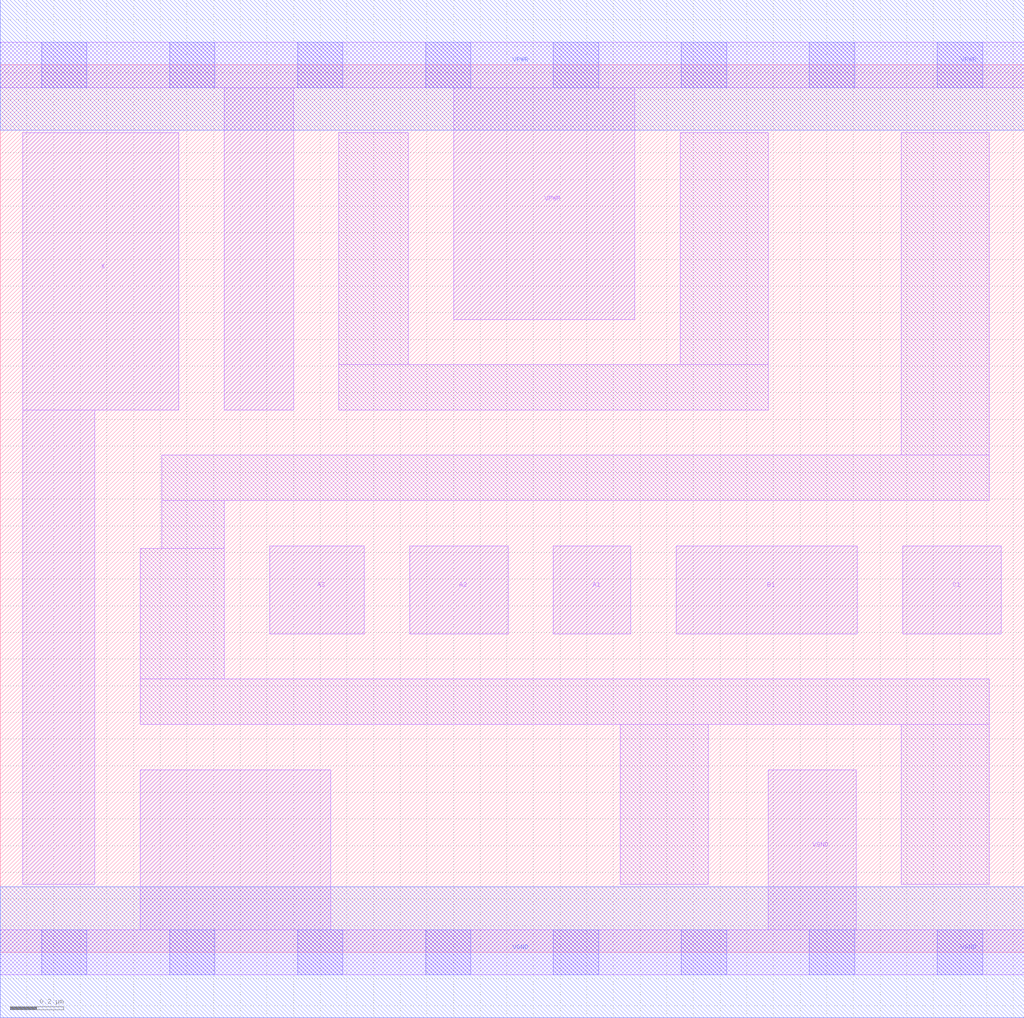
<source format=lef>
# Copyright 2020 The SkyWater PDK Authors
#
# Licensed under the Apache License, Version 2.0 (the "License");
# you may not use this file except in compliance with the License.
# You may obtain a copy of the License at
#
#     https://www.apache.org/licenses/LICENSE-2.0
#
# Unless required by applicable law or agreed to in writing, software
# distributed under the License is distributed on an "AS IS" BASIS,
# WITHOUT WARRANTIES OR CONDITIONS OF ANY KIND, either express or implied.
# See the License for the specific language governing permissions and
# limitations under the License.
#
# SPDX-License-Identifier: Apache-2.0

VERSION 5.7 ;
  NAMESCASESENSITIVE ON ;
  NOWIREEXTENSIONATPIN ON ;
  DIVIDERCHAR "/" ;
  BUSBITCHARS "[]" ;
UNITS
  DATABASE MICRONS 200 ;
END UNITS
MACRO sky130_fd_sc_lp__a311o_1
  CLASS CORE ;
  SOURCE USER ;
  FOREIGN sky130_fd_sc_lp__a311o_1 ;
  ORIGIN  0.000000  0.000000 ;
  SIZE  3.840000 BY  3.330000 ;
  SYMMETRY X Y R90 ;
  SITE unit ;
  PIN A1
    ANTENNAGATEAREA  0.315000 ;
    DIRECTION INPUT ;
    USE SIGNAL ;
    PORT
      LAYER li1 ;
        RECT 2.075000 1.195000 2.365000 1.525000 ;
    END
  END A1
  PIN A2
    ANTENNAGATEAREA  0.315000 ;
    DIRECTION INPUT ;
    USE SIGNAL ;
    PORT
      LAYER li1 ;
        RECT 1.535000 1.195000 1.905000 1.525000 ;
    END
  END A2
  PIN A3
    ANTENNAGATEAREA  0.315000 ;
    DIRECTION INPUT ;
    USE SIGNAL ;
    PORT
      LAYER li1 ;
        RECT 1.010000 1.195000 1.365000 1.525000 ;
    END
  END A3
  PIN B1
    ANTENNAGATEAREA  0.315000 ;
    DIRECTION INPUT ;
    USE SIGNAL ;
    PORT
      LAYER li1 ;
        RECT 2.535000 1.195000 3.215000 1.525000 ;
    END
  END B1
  PIN C1
    ANTENNAGATEAREA  0.315000 ;
    DIRECTION INPUT ;
    USE SIGNAL ;
    PORT
      LAYER li1 ;
        RECT 3.385000 1.195000 3.755000 1.525000 ;
    END
  END C1
  PIN X
    ANTENNADIFFAREA  0.556500 ;
    DIRECTION OUTPUT ;
    USE SIGNAL ;
    PORT
      LAYER li1 ;
        RECT 0.085000 0.255000 0.355000 2.035000 ;
        RECT 0.085000 2.035000 0.670000 3.075000 ;
    END
  END X
  PIN VGND
    DIRECTION INOUT ;
    USE GROUND ;
    PORT
      LAYER li1 ;
        RECT 0.000000 -0.085000 3.840000 0.085000 ;
        RECT 0.525000  0.085000 1.240000 0.685000 ;
        RECT 2.880000  0.085000 3.210000 0.685000 ;
      LAYER mcon ;
        RECT 0.155000 -0.085000 0.325000 0.085000 ;
        RECT 0.635000 -0.085000 0.805000 0.085000 ;
        RECT 1.115000 -0.085000 1.285000 0.085000 ;
        RECT 1.595000 -0.085000 1.765000 0.085000 ;
        RECT 2.075000 -0.085000 2.245000 0.085000 ;
        RECT 2.555000 -0.085000 2.725000 0.085000 ;
        RECT 3.035000 -0.085000 3.205000 0.085000 ;
        RECT 3.515000 -0.085000 3.685000 0.085000 ;
      LAYER met1 ;
        RECT 0.000000 -0.245000 3.840000 0.245000 ;
    END
  END VGND
  PIN VPWR
    DIRECTION INOUT ;
    USE POWER ;
    PORT
      LAYER li1 ;
        RECT 0.000000 3.245000 3.840000 3.415000 ;
        RECT 0.840000 2.035000 1.100000 3.245000 ;
        RECT 1.700000 2.375000 2.380000 3.245000 ;
      LAYER mcon ;
        RECT 0.155000 3.245000 0.325000 3.415000 ;
        RECT 0.635000 3.245000 0.805000 3.415000 ;
        RECT 1.115000 3.245000 1.285000 3.415000 ;
        RECT 1.595000 3.245000 1.765000 3.415000 ;
        RECT 2.075000 3.245000 2.245000 3.415000 ;
        RECT 2.555000 3.245000 2.725000 3.415000 ;
        RECT 3.035000 3.245000 3.205000 3.415000 ;
        RECT 3.515000 3.245000 3.685000 3.415000 ;
      LAYER met1 ;
        RECT 0.000000 3.085000 3.840000 3.575000 ;
    END
  END VPWR
  OBS
    LAYER li1 ;
      RECT 0.525000 0.855000 3.710000 1.025000 ;
      RECT 0.525000 1.025000 0.840000 1.515000 ;
      RECT 0.605000 1.515000 0.840000 1.695000 ;
      RECT 0.605000 1.695000 3.710000 1.865000 ;
      RECT 1.270000 2.035000 2.880000 2.205000 ;
      RECT 1.270000 2.205000 1.530000 3.075000 ;
      RECT 2.325000 0.255000 2.655000 0.855000 ;
      RECT 2.550000 2.205000 2.880000 3.075000 ;
      RECT 3.380000 0.255000 3.710000 0.855000 ;
      RECT 3.380000 1.865000 3.710000 3.075000 ;
  END
END sky130_fd_sc_lp__a311o_1

</source>
